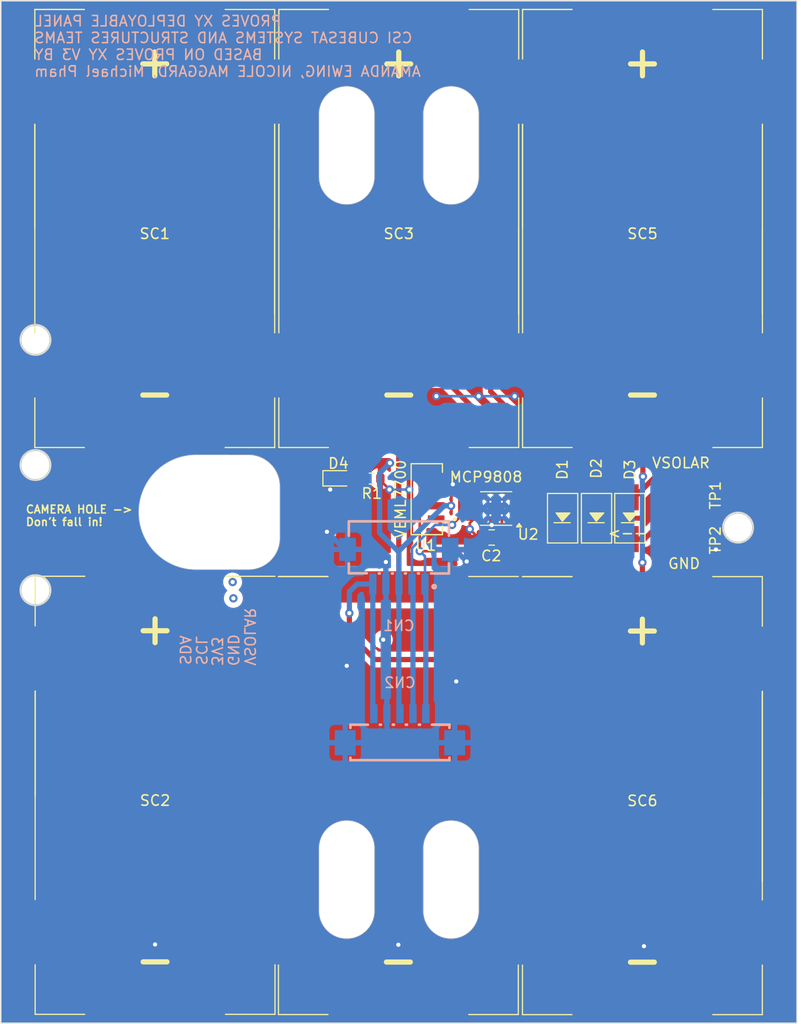
<source format=kicad_pcb>
(kicad_pcb (version 20241229) (generator "pcbnew") (generator_version "9.0")
  (title_block (title "Yearling Kit XY Faces") (date "2023-03-20") (rev "3.0"))
  (layers (0 "F.Cu" signal) (4 "In1.Cu" signal) (6 "In2.Cu" signal) (2 "B.Cu" signal) (13 "F.Paste" user) (15 "B.Paste" user) (5 "F.SilkS" user "F.Silkscreen") (7 "B.SilkS" user "B.Silkscreen") (1 "F.Mask" user) (3 "B.Mask" user) (25 "Edge.Cuts" user))
  (net 0 "")
  (net 1 "GND")
  (net 2 "+3V3")
  (net 3 "VSOLAR")
  (net 4 "Net-(D1-A)")
  (net 5 "Net-(D2-A)")
  (net 6 "SDA")
  (net 7 "SCL")
  (net 8 "Net-(D3-A)")
  (net 9 "Net-(D4-A)")
  (net 10 "Net-(SC1--)")
  (net 11 "Net-(SC3--)")
  (net 12 "Net-(SC5--)")
  (footprint "LOGO" (layer "F.Cu") (at 145.2 139.3)
    (property "Reference" "G***" (hide yes))
    (property "Value" "LOGO" (hide yes))
  )
  (footprint "Package_SO:MSOP-8-1EP_3x3mm_P0.65mm_EP1.5x1.8mm_ThermalVias" (layer "F.Cu") (at 153.825 114.42 180)
    (property "Reference" "U2" (at -3.075 -2.48 0) (layer "F.SilkS"))
    (property "Value" "MCP9808_DFN")
    (fp_line (start 0 1.61) (end 1.5 1.61) (stroke (width 0.12)) (layer "F.SilkS"))
    (fp_line (start 0 1.61) (end -1.5 1.61) (stroke (width 0.12)) (layer "F.SilkS"))
    (fp_line (start 0 -1.61) (end 1.5 -1.61) (stroke (width 0.12)) (layer "F.SilkS"))
    (fp_line (start 0 -1.61) (end -1.5 -1.61) (stroke (width 0.12)) (layer "F.SilkS"))
    (fp_poly (pts (xy -2.2 -1.435) (xy -2.44 -1.765) (xy -1.96 -1.765) (xy -2.2 -1.435)) (stroke (width 0.12)) (fill yes) (layer "F.SilkS"))
    (pad "1" smd roundrect (at -2.1125 -0.975 180) (size 1.575 0.4) (layers "F.Cu" "F.Mask" "F.Paste") (net 6 "SDA"))
    (pad "2" smd roundrect (at -2.1125 -0.325 180) (size 1.575 0.4) (layers "F.Cu" "F.Mask" "F.Paste") (net 7 "SCL"))
    (pad "3" smd roundrect (at -2.1125 0.325 180) (size 1.575 0.4) (layers "F.Cu" "F.Mask" "F.Paste"))
    (pad "4" smd roundrect (at -2.1125 0.975 180) (size 1.575 0.4) (layers "F.Cu" "F.Mask" "F.Paste") (net 1 "GND"))
    (pad "5" smd roundrect (at 2.1125 0.975 180) (size 1.575 0.4) (layers "F.Cu" "F.Mask" "F.Paste") (net 1 "GND"))
    (pad "6" smd roundrect (at 2.1125 0.325 180) (size 1.575 0.4) (layers "F.Cu" "F.Mask" "F.Paste") (net 2 "+3V3"))
    (pad "7" smd roundrect (at 2.1125 -0.325 180) (size 1.575 0.4) (layers "F.Cu" "F.Mask" "F.Paste") (net 2 "+3V3"))
    (pad "8" smd roundrect (at 2.1125 -0.975 180) (size 1.575 0.4) (layers "F.Cu" "F.Mask" "F.Paste") (net 2 "+3V3"))
    (pad "9" thru_hole circle (at -0.55 -0.65 180) (size 0.5 0.5) (drill 0.2) (property pad_prop_heatsink) (layers "*.Cu") (net 1 "GND"))
    (pad "9" thru_hole circle (at -0.55 0.65 180) (size 0.5 0.5) (drill 0.2) (property pad_prop_heatsink) (layers "*.Cu") (net 1 "GND"))
    (pad "9" smd rect (at 0 0 180) (size 1.5 1.8) (property pad_prop_heatsink) (layers "F.Cu" "F.Mask") (net 1 "GND"))
    (pad "9" smd rect (at 0 0 180) (size 1.6 1.8) (property pad_prop_heatsink) (layers "B.Cu") (net 1 "GND"))
    (pad "9" thru_hole circle (at 0.55 -0.65 180) (size 0.5 0.5) (drill 0.2) (property pad_prop_heatsink) (layers "*.Cu") (net 1 "GND"))
    (pad "9" thru_hole circle (at 0.55 0.65 180) (size 0.5 0.5) (drill 0.2) (property pad_prop_heatsink) (layers "*.Cu") (net 1 "GND"))
  )
  (footprint "SolarPanelBoards:KXOB101K08F-TR" (layer "F.Cu") (at 167.86 87.57)
    (property "Reference" "SC5" (at 0 0.5 0) (layer "F.SilkS"))
    (property "Value" "SM101K07TF")
    (fp_line (start -11.5 -21) (end -11.5 -16.25) (stroke (width 0.12)) (layer "F.SilkS"))
    (fp_line (start -11.5 -21) (end -6.75 -21) (stroke (width 0.12)) (layer "F.SilkS"))
    (fp_line (start -11.5 -10) (end -11.5 10) (stroke (width 0.12)) (layer "F.SilkS"))
    (fp_line (start -11.5 0) (end -11.5 -10) (stroke (width 0.12)) (layer "F.SilkS"))
    (fp_line (start -11.5 21) (end -11.5 16.25) (stroke (width 0.12)) (layer "F.SilkS"))
    (fp_line (start -11.5 21) (end -6.75 21) (stroke (width 0.12)) (layer "F.SilkS"))
    (fp_line (start -6.75 -21) (end -11.5 -21) (stroke (width 0.12)) (layer "F.SilkS"))
    (fp_line (start 6.75 -21) (end 11.5 -21) (stroke (width 0.12)) (layer "F.SilkS"))
    (fp_line (start 6.75 21) (end 11.5 21) (stroke (width 0.12)) (layer "F.SilkS"))
    (fp_line (start 11.5 -21) (end 11.5 -16.25) (stroke (width 0.12)) (layer "F.SilkS"))
    (fp_line (start 11.5 -10) (end 11.5 8.25) (stroke (width 0.12)) (layer "F.SilkS"))
    (fp_line (start 11.5 0) (end 11.5 -10) (stroke (width 0.12)) (layer "F.SilkS"))
    (fp_line (start 11.5 0) (end 11.5 10) (stroke (width 0.12)) (layer "F.SilkS"))
    (fp_line (start 11.5 8.25) (end 11.5 0) (stroke (width 0.12)) (layer "F.SilkS"))
    (fp_line (start 11.5 21) (end 11.5 16.25) (stroke (width 0.12)) (layer "F.SilkS"))
    (fp_text user "+" (at 0 -16 0) (layer "F.SilkS") (effects (font (size 3 3) (thickness 0.5))))
    (fp_text user "-" (at 0 15.75 0) (layer "F.SilkS") (effects (font (size 3 3) (thickness 0.5))))
    (pad "1" smd rect (at 0 -20) (size 13 3) (layers "F.Cu" "F.Mask" "F.Paste") (net 8 "Net-(D3-A)"))
    (pad "2" smd rect (at 0 20) (size 13 3) (layers "F.Cu" "F.Mask" "F.Paste") (net 12 "Net-(SC5--)"))
  )
  (footprint "SolarPanelBoards:Test Pad" (layer "F.Cu") (at 172.2 113.3 90)
    (property "Reference" "TP1" (at 0.15 2.65 90) (layer "F.SilkS"))
    (property "Value" "TestPoint")
    (pad "1" smd roundrect (at 0 0 90) (size 3 3) (layers "F.Cu" "F.Mask" "F.Paste") (net 3 "VSOLAR"))
  )
  (footprint "SolarPanelBoards:DO-214AC" (layer "F.Cu") (at 166.65 115.35 90)
    (property "Reference" "D3" (at 4.65 0 90) (layer "F.SilkS"))
    (property "Value" "CDBA240LL-HF")
    (fp_line (start -2.375 -1.45) (end 2.375 -1.45) (stroke (width 0.12)) (layer "F.SilkS"))
    (fp_line (start -0.4318 -0.8128) (end -0.4318 0.7366) (stroke (width 0.12)) (layer "F.SilkS"))
    (fp_line (start 2.375 1.45) (end 2.375 -1.45) (stroke (width 0.12)) (layer "F.SilkS"))
    (fp_line (start -2.375 1.45) (end -2.375 -1.45) (stroke (width 0.12)) (layer "F.SilkS"))
    (fp_line (start -2.375 1.45) (end 2.375 1.45) (stroke (width 0.12)) (layer "F.SilkS"))
    (fp_poly (pts (xy 0.508 0.7112) (xy -0.3048 -0.0254) (xy 0.508 -0.635)) (stroke (width 0.1)) (fill yes) (layer "F.SilkS"))
    (pad "1" smd rect (at -2 0 90) (size 2.5 1.7) (layers "F.Cu" "F.Mask" "F.Paste") (net 3 "VSOLAR"))
    (pad "2" smd rect (at 2 0 90) (size 2.5 1.7) (layers "F.Cu" "F.Mask" "F.Paste") (net 8 "Net-(D3-A)"))
  )
  (footprint "SolarPanelBoards:Test Pad" (layer "F.Cu") (at 174.225 117.3 90)
    (property "Reference" "TP2" (at -0.15 0.625 90) (layer "F.SilkS"))
    (property "Value" "TestPoint")
    (pad "1" smd roundrect (at 0 -2 90) (size 3 3) (layers "F.Cu" "F.Mask" "F.Paste") (net 1 "GND"))
  )
  (footprint "SolarPanelBoards:DO-214AC" (layer "F.Cu") (at 160.2 115.35 90)
    (property "Reference" "D1" (at 4.66 -0.03 90) (layer "F.SilkS"))
    (property "Value" "CDBA240LL-HF")
    (fp_line (start -2.375 -1.45) (end 2.375 -1.45) (stroke (width 0.12)) (layer "F.SilkS"))
    (fp_line (start -0.4318 -0.8128) (end -0.4318 0.7366) (stroke (width 0.12)) (layer "F.SilkS"))
    (fp_line (start 2.375 1.45) (end 2.375 -1.45) (stroke (width 0.12)) (layer "F.SilkS"))
    (fp_line (start -2.375 1.45) (end -2.375 -1.45) (stroke (width 0.12)) (layer "F.SilkS"))
    (fp_line (start -2.375 1.45) (end 2.375 1.45) (stroke (width 0.12)) (layer "F.SilkS"))
    (fp_poly (pts (xy 0.508 0.7112) (xy -0.3048 -0.0254) (xy 0.508 -0.635)) (stroke (width 0.1)) (fill yes) (layer "F.SilkS"))
    (pad "1" smd rect (at -2 0 90) (size 2.5 1.7) (layers "F.Cu" "F.Mask" "F.Paste") (net 3 "VSOLAR"))
    (pad "2" smd rect (at 2 0 90) (size 2.5 1.7) (layers "F.Cu" "F.Mask" "F.Paste") (net 4 "Net-(D1-A)"))
  )
  (footprint "SolarPanelBoards:KXOB101K08F-TR" (layer "F.Cu") (at 144.49 87.57)
    (property "Reference" "SC3" (at 0 0.5 0) (layer "F.SilkS"))
    (property "Value" "SM101K07TF")
    (fp_line (start -11.5 -21) (end -11.5 -16.25) (stroke (width 0.12)) (layer "F.SilkS"))
    (fp_line (start -11.5 -21) (end -6.75 -21) (stroke (width 0.12)) (layer "F.SilkS"))
    (fp_line (start -11.5 -10) (end -11.5 10) (stroke (width 0.12)) (layer "F.SilkS"))
    (fp_line (start -11.5 0) (end -11.5 -10) (stroke (width 0.12)) (layer "F.SilkS"))
    (fp_line (start -11.5 21) (end -11.5 16.25) (stroke (width 0.12)) (layer "F.SilkS"))
    (fp_line (start -11.5 21) (end -6.75 21) (stroke (width 0.12)) (layer "F.SilkS"))
    (fp_line (start -6.75 -21) (end -11.5 -21) (stroke (width 0.12)) (layer "F.SilkS"))
    (fp_line (start 6.75 -21) (end 11.5 -21) (stroke (width 0.12)) (layer "F.SilkS"))
    (fp_line (start 6.75 21) (end 11.5 21) (stroke (width 0.12)) (layer "F.SilkS"))
    (fp_line (start 11.5 -21) (end 11.5 -16.25) (stroke (width 0.12)) (layer "F.SilkS"))
    (fp_line (start 11.5 -10) (end 11.5 8.25) (stroke (width 0.12)) (layer "F.SilkS"))
    (fp_line (start 11.5 0) (end 11.5 -10) (stroke (width 0.12)) (layer "F.SilkS"))
    (fp_line (start 11.5 0) (end 11.5 10) (stroke (width 0.12)) (layer "F.SilkS"))
    (fp_line (start 11.5 8.25) (end 11.5 0) (stroke (width 0.12)) (layer "F.SilkS"))
    (fp_line (start 11.5 21) (end 11.5 16.25) (stroke (width 0.12)) (layer "F.SilkS"))
    (fp_text user "-" (at 0 15.75 0) (layer "F.SilkS") (effects (font (size 3 3) (thickness 0.5))))
    (fp_text user "+" (at 0 -16 0) (layer "F.SilkS") (effects (font (size 3 3) (thickness 0.5))))
    (pad "1" smd rect (at 0 -20) (size 13 3) (layers "F.Cu" "F.Mask" "F.Paste") (net 5 "Net-(D2-A)"))
    (pad "2" smd rect (at 0 20) (size 13 3) (layers "F.Cu" "F.Mask" "F.Paste") (net 11 "Net-(SC3--)"))
  )
  (footprint "LOGO" (layer "F.Cu") (at 150.9 135.3)
    (property "Reference" "G***" (hide yes))
    (property "Value" "LOGO" (hide yes))
  )
  (footprint "SolarPanelBoards:KXOB101K08F-TR" (layer "F.Cu") (at 144.45 141.94)
    (property "Reference" "SC4" (hide yes))
    (property "Value" "SM101K07TF")
    (fp_line (start -11.5 -21) (end -6.75 -21) (stroke (width 0.12)) (layer "F.SilkS"))
    (fp_line (start -11.5 21) (end -11.5 16.25) (stroke (width 0.12)) (layer "F.SilkS"))
    (fp_line (start -11.5 21) (end -6.75 21) (stroke (width 0.12)) (layer "F.SilkS"))
    (fp_line (start -6.75 -21) (end -11.5 -21) (stroke (width 0.12)) (layer "F.SilkS"))
    (fp_line (start 6.75 -21) (end 11.5 -21) (stroke (width 0.12)) (layer "F.SilkS"))
    (fp_line (start 6.75 21) (end 11.5 21) (stroke (width 0.12)) (layer "F.SilkS"))
    (fp_line (start 11.5 21) (end 11.5 16.25) (stroke (width 0.12)) (layer "F.SilkS"))
    (fp_text user "-" (at 0 15.75 0) (layer "F.SilkS") (effects (font (size 3 3) (thickness 0.5))))
    (pad "1" smd rect (at 0 -20) (size 13 3) (layers "F.Cu" "F.Mask" "F.Paste") (net 11 "Net-(SC3--)"))
    (pad "2" smd rect (at 0 20) (size 13 3) (layers "F.Cu" "F.Mask" "F.Paste") (net 1 "GND"))
  )
  (footprint "SolarPanelBoards:KXOB101K08F-TR" (layer "F.Cu") (at 121.12 141.92)
    (property "Reference" "SC2" (at 0 0.5 0) (layer "F.SilkS"))
    (property "Value" "SM101K07TF")
    (fp_line (start -11.5 -21) (end -11.5 -16.25) (stroke (width 0.12)) (layer "F.SilkS"))
    (fp_line (start -11.5 -21) (end -6.75 -21) (stroke (width 0.12)) (layer "F.SilkS"))
    (fp_line (start -11.5 -10) (end -11.5 10) (stroke (width 0.12)) (layer "F.SilkS"))
    (fp_line (start -11.5 0) (end -11.5 -10) (stroke (width 0.12)) (layer "F.SilkS"))
    (fp_line (start -11.5 21) (end -11.5 16.25) (stroke (width 0.12)) (layer "F.SilkS"))
    (fp_line (start -11.5 21) (end -6.75 21) (stroke (width 0.12)) (layer "F.SilkS"))
    (fp_line (start -6.75 -21) (end -11.5 -21) (stroke (width 0.12)) (layer "F.SilkS"))
    (fp_line (start 6.75 -21) (end 11.5 -21) (stroke (width 0.12)) (layer "F.SilkS"))
    (fp_line (start 6.75 21) (end 11.5 21) (stroke (width 0.12)) (layer "F.SilkS"))
    (fp_line (start 11.5 21) (end 11.5 16.25) (stroke (width 0.12)) (layer "F.SilkS"))
    (fp_text user "+" (at 0 -16 0) (layer "F.SilkS") (effects (font (size 3 3) (thickness 0.5))))
    (fp_text user "-" (at 0 15.75 0) (layer "F.SilkS") (effects (font (size 3 3) (thickness 0.5))))
    (pad "1" smd rect (at 0 -20) (size 13 3) (layers "F.Cu" "F.Mask" "F.Paste") (net 10 "Net-(SC1--)"))
    (pad "2" smd rect (at 0 20) (size 13 3) (layers "F.Cu" "F.Mask" "F.Paste") (net 1 "GND"))
  )
  (footprint "SolarPanelBoards:DO-214AC" (layer "F.Cu") (at 163.45 115.35 90)
    (property "Reference" "D2" (at 4.77 -0.02 90) (layer "F.SilkS"))
    (property "Value" "CDBA240LL-HF")
    (fp_line (start -2.375 -1.45) (end 2.375 -1.45) (stroke (width 0.12)) (layer "F.SilkS"))
    (fp_line (start -0.4318 -0.8128) (end -0.4318 0.7366) (stroke (width 0.12)) (layer "F.SilkS"))
    (fp_line (start 2.375 1.45) (end 2.375 -1.45) (stroke (width 0.12)) (layer "F.SilkS"))
    (fp_line (start -2.375 1.45) (end -2.375 -1.45) (stroke (width 0.12)) (layer "F.SilkS"))
    (fp_line (start -2.375 1.45) (end 2.375 1.45) (stroke (width 0.12)) (layer "F.SilkS"))
    (fp_poly (pts (xy 0.508 0.7112) (xy -0.3048 -0.0254) (xy 0.508 -0.635)) (stroke (width 0.1)) (fill yes) (layer "F.SilkS"))
    (pad "1" smd rect (at -2 0 90) (size 2.5 1.7) (layers "F.Cu" "F.Mask" "F.Paste") (net 3 "VSOLAR"))
    (pad "2" smd rect (at 2 0 90) (size 2.5 1.7) (layers "F.Cu" "F.Mask" "F.Paste") (net 5 "Net-(D2-A)"))
  )
  (footprint "SolarPanelBoards:KXOB101K08F-TR" (layer "F.Cu") (at 167.85 141.95)
    (property "Reference" "SC6" (at 0 0.5 0) (layer "F.SilkS"))
    (property "Value" "SM101K07TF")
    (fp_line (start -11.5 -21) (end -6.75 -21) (stroke (width 0.12)) (layer "F.SilkS"))
    (fp_line (start -11.5 21) (end -11.5 16.25) (stroke (width 0.12)) (layer "F.SilkS"))
    (fp_line (start -11.5 21) (end -6.75 21) (stroke (width 0.12)) (layer "F.SilkS"))
    (fp_line (start -6.75 -21) (end -11.5 -21) (stroke (width 0.12)) (layer "F.SilkS"))
    (fp_line (start 6.75 -21) (end 11.5 -21) (stroke (width 0.12)) (layer "F.SilkS"))
    (fp_line (start 6.75 21) (end 11.5 21) (stroke (width 0.12)) (layer "F.SilkS"))
    (fp_line (start 11.5 -21) (end 11.5 -16.25) (stroke (width 0.12)) (layer "F.SilkS"))
    (fp_line (start 11.5 -10) (end 11.5 8.25) (stroke (width 0.12)) (layer "F.SilkS"))
    (fp_line (start 11.5 0) (end 11.5 -10) (stroke (width 0.12)) (layer "F.SilkS"))
    (fp_line (start 11.5 0) (end 11.5 10) (stroke (width 0.12)) (layer "F.SilkS"))
    (fp_line (start 11.5 8.25) (end 11.5 0) (stroke (width 0.12)) (layer "F.SilkS"))
    (fp_line (start 11.5 21) (end 11.5 16.25) (stroke (width 0.12)) (layer "F.SilkS"))
    (fp_text user "-" (at 0 15.75 0) (layer "F.SilkS") (effects (font (size 3 3) (thickness 0.5))))
    (fp_text user "+" (at 0 -16 0) (layer "F.SilkS") (effects (font (size 3 3) (thickness 0.5))))
    (pad "1" smd rect (at 0 -20) (size 13 3) (layers "F.Cu" "F.Mask" "F.Paste") (net 12 "Net-(SC5--)"))
    (pad "2" smd rect (at 0 20) (size 13 3) (layers "F.Cu" "F.Mask" "F.Paste") (net 1 "GND"))
  )
  (footprint "Capacitor_SMD:C_0805_2012Metric" (layer "F.Cu") (at 153.4 117.2)
    (property "Reference" "C2" (at -0.04 1.76 0) (layer "F.SilkS"))
    (property "Value" "1uF")
    (fp_line (start -0.261252 -0.735) (end 0.261252 -0.735) (stroke (width 0.12)) (layer "F.SilkS"))
    (fp_line (start -0.261252 0.735) (end 0.261252 0.735) (stroke (width 0.12)) (layer "F.SilkS"))
    (pad "1" smd roundrect (at -0.95 0) (size 1 1.45) (layers "F.Cu" "F.Mask" "F.Paste") (net 2 "+3V3"))
    (pad "2" smd roundrect (at 0.95 0) (size 1 1.45) (layers "F.Cu" "F.Mask" "F.Paste") (net 1 "GND"))
  )
  (footprint "LOGO" (layer "F.Cu") (at 157.5 139.6)
    (property "Reference" "G***" (hide yes))
    (property "Value" "LOGO" (hide yes))
  )
  (footprint "VEML7700-TT:XDCR_VEML7700-TT" (layer "F.Cu") (at 147.175 113.525 180)
    (property "Reference" "U1" (at 0.095 -4.435 0) (layer "F.SilkS"))
    (property "Value" "VEML7700")
    (fp_line (start 1.5 3.4) (end -1.5 3.4) (stroke (width 0.127)) (layer "F.SilkS"))
    (fp_line (start 1.5 -3.4) (end 1.5 3.4) (stroke (width 0.127)) (layer "F.SilkS"))
    (fp_line (start -1.5 3.4) (end -1.5 2.575) (stroke (width 0.127)) (layer "F.SilkS"))
    (fp_line (start -1.5 -2.575) (end -1.5 -3.4) (stroke (width 0.127)) (layer "F.SilkS"))
    (fp_line (start -1.5 -3.4) (end 1.5 -3.4) (stroke (width 0.127)) (layer "F.SilkS"))
    (fp_circle (center -2.7 -1.905) (end -2.6 -1.905) (stroke (width 0.2)) (fill no) (layer "F.SilkS"))
    (pad "1" smd rect (at -0.9 -1.905 180) (size 1.6 0.7) (layers "F.Cu" "F.Mask" "F.Paste") (net 7 "SCL"))
    (pad "2" smd rect (at -0.9 -0.635 180) (size 1.6 0.7) (layers "F.Cu" "F.Mask" "F.Paste") (net 2 "+3V3"))
    (pad "3" smd rect (at -0.9 0.635 180) (size 1.6 0.7) (layers "F.Cu" "F.Mask" "F.Paste") (net 1 "GND"))
    (pad "4" smd rect (at -0.9 1.905 180) (size 1.6 0.7) (layers "F.Cu" "F.Mask" "F.Paste") (net 6 "SDA"))
  )
  (footprint "LOGO" (layer "F.Cu") (at 157.2 130.2)
    (property "Reference" "G***" (hide yes))
    (property "Value" "LOGO" (hide yes))
  )
  (footprint "LOGO" (layer "F.Cu") (at 145.382288 129.666346)
    (property "Reference" "G***" (hide yes))
    (property "Value" "LOGO" (hide yes))
  )
  (footprint "LED_SMD:LED_0603_1608Metric" (layer "F.Cu") (at 138.7 111.525)
    (property "Reference" "D4" (at 0 -1.43 0) (layer "F.SilkS"))
    (property "Value" "CQY99")
    (fp_line (start -1.485 -0.735) (end -1.485 0.735) (stroke (width 0.12)) (layer "F.SilkS"))
    (fp_line (start -1.485 0.735) (end 0.8 0.735) (stroke (width 0.12)) (layer "F.SilkS"))
    (fp_line (start 0.8 -0.735) (end -1.485 -0.735) (stroke (width 0.12)) (layer "F.SilkS"))
    (pad "1" smd roundrect (at -0.7875 0) (size 0.875 0.95) (layers "F.Cu" "F.Mask" "F.Paste") (net 1 "GND"))
    (pad "2" smd roundrect (at 0.7875 0) (size 0.875 0.95) (layers "F.Cu" "F.Mask" "F.Paste") (net 9 "Net-(D4-A)"))
  )
  (footprint "LOGO" (layer "F.Cu") (at 134.175 134.325)
    (property "Reference" "G***" (hide yes))
    (property "Value" "LOGO" (hide yes))
  )
  (footprint "SolarPanelBoards:KXOB101K08F-TR" (layer "F.Cu") (at 121.09 87.57)
    (property "Reference" "SC1" (at 0 0.5 0) (layer "F.SilkS"))
    (property "Value" "SM101K07TF")
    (fp_line (start -11.5 -21) (end -11.5 -16.25) (stroke (width 0.12)) (layer "F.SilkS"))
    (fp_line (start -11.5 -21) (end -6.75 -21) (stroke (width 0.12)) (layer "F.SilkS"))
    (fp_line (start -11.5 -10) (end -11.5 10) (stroke (width 0.12)) (layer "F.SilkS"))
    (fp_line (start -11.5 0) (end -11.5 -10) (stroke (width 0.12)) (layer "F.SilkS"))
    (fp_line (start -11.5 21) (end -11.5 16.25) (stroke (width 0.12)) (layer "F.SilkS"))
    (fp_line (start -11.5 21) (end -6.75 21) (stroke (width 0.12)) (layer "F.SilkS"))
    (fp_line (start -6.75 -21) (end -11.5 -21) (stroke (width 0.12)) (layer "F.SilkS"))
    (fp_line (start 6.75 -21) (end 11.5 -21) (stroke (width 0.12)) (layer "F.SilkS"))
    (fp_line (start 6.75 21) (end 11.5 21) (stroke (width 0.12)) (layer "F.SilkS"))
    (fp_line (start 11.5 -21) (end 11.5 -16.25) (stroke (width 0.12)) (layer "F.SilkS"))
    (fp_line (start 11.5 -10) (end 11.5 8.25) (stroke (width 0.12)) (layer "F.SilkS"))
    (fp_line (start 11.5 0) (end 11.5 -10) (stroke (width 0.12)) (layer "F.SilkS"))
    (fp_line (start 11.5 0) (end 11.5 10) (stroke (width 0.12)) (layer "F.SilkS"))
    (fp_line (start 11.5 8.25) (end 11.5 0) (stroke (width 0.12)) (layer "F.SilkS"))
    (fp_line (start 11.5 21) (end 11.5 16.25) (stroke (width 0.12)) (layer "F.SilkS"))
    (fp_text user "+" (at 0 -16 0) (layer "F.SilkS") (effects (font (size 3 3) (thickness 0.5))))
    (fp_text user "-" (at 0 15.75 0) (layer "F.SilkS") (effects (font (size 3 3) (thickness 0.5))))
    (pad "1" smd rect (at 0 -20) (size 13 3) (layers "F.Cu" "F.Mask" "F.Paste") (net 4 "Net-(D1-A)"))
    (pad "2" smd rect (at 0 20) (size 13 3) (layers "F.Cu" "F.Mask" "F.Paste") (net 10 "Net-(SC1--)"))
  )
  (footprint "Resistor_SMD:R_0603_1608Metric" (layer "F.Cu") (at 141.9 111.55 180)
    (property "Reference" "R1" (at 0 -1.43 0) (layer "F.SilkS"))
    (property "Value" "1k")
    (fp_line (start -0.237258 0.5225) (end 0.237258 0.5225) (stroke (width 0.12)) (layer "F.SilkS"))
    (fp_line (start -0.237258 -0.5225) (end 0.237258 -0.5225) (stroke (width 0.12)) (layer "F.SilkS"))
    (pad "1" smd roundrect (at -0.825 0 180) (size 0.8 0.95) (layers "F.Cu" "F.Mask" "F.Paste") (net 2 "+3V3"))
    (pad "2" smd roundrect (at 0.825 0 180) (size 0.8 0.95) (layers "F.Cu" "F.Mask" "F.Paste") (net 9 "Net-(D4-A)"))
  )
  (footprint "easyeda2kicad:CONN-SMD_5P-P1.25_HRS_DF13A-5P-1.25H" (layer "B.Cu") (at 144.5 120)
    (property "Reference" "CN1" (at 0 5.66 180) (layer "B.SilkS") (effects (justify mirror)))
    (property "Value" "DF13A-5P-1.25H(21)")
    (fp_line (start -4.8 -4.35) (end -4.8 -3.48) (stroke (width 0.25)) (layer "B.SilkS"))
    (fp_line (start -4.8 -3.48) (end -4.8 -2.97) (stroke (width 0.25)) (layer "B.SilkS"))
    (fp_line (start -4.8 -0.31) (end -4.8 0.63) (stroke (width 0.25)) (layer "B.SilkS"))
    (fp_line (start -4.8 0.63) (end -3.08 0.63) (stroke (width 0.25)) (layer "B.SilkS"))
    (fp_line (start -1.83 0.65) (end -1.92 0.65) (stroke (width 0.25)) (layer "B.SilkS"))
    (fp_line (start -0.58 0.65) (end -0.67 0.65) (stroke (width 0.25)) (layer "B.SilkS"))
    (fp_line (start 0.67 0.65) (end 0.58 0.65) (stroke (width 0.25)) (layer "B.SilkS"))
    (fp_line (start 1.92 0.65) (end 1.83 0.65) (stroke (width 0.25)) (layer "B.SilkS"))
    (fp_line (start 4.8 -4.35) (end -4.8 -4.35) (stroke (width 0.25)) (layer "B.SilkS"))
    (fp_line (start 4.8 -3.33) (end 4.8 -4.35) (stroke (width 0.25)) (layer "B.SilkS"))
    (fp_line (start 4.8 -3.33) (end 4.8 -2.97) (stroke (width 0.25)) (layer "B.SilkS"))
    (fp_line (start 4.8 -0.31) (end 4.8 0.65) (stroke (width 0.25)) (layer "B.SilkS"))
    (fp_line (start 4.8 0.65) (end 3.08 0.65) (stroke (width 0.25)) (layer "B.SilkS"))
    (fp_circle (center 3.38 1.91) (end 3.53 1.91) (stroke (width 0.25)) (fill no) (layer "B.SilkS"))
    (pad "1" smd rect (at 2.5 1.66 180) (size 0.7 2) (layers "B.Cu" "B.Mask" "B.Paste") (net 6 "SDA"))
    (pad "2" smd rect (at 1.25 1.66 180) (size 0.7 2) (layers "B.Cu" "B.Mask" "B.Paste") (net 7 "SCL"))
    (pad "3" smd rect (at 0 1.66 180) (size 0.7 2) (layers "B.Cu" "B.Mask" "B.Paste") (net 2 "+3V3"))
    (pad "4" smd rect (at -1.25 1.66 180) (size 0.7 2) (layers "B.Cu" "B.Mask" "B.Paste") (net 1 "GND"))
    (pad "5" smd rect (at -2.5 1.66 180) (size 0.7 2) (layers "B.Cu" "B.Mask" "B.Paste") (net 3 "VSOLAR"))
    (pad "6" smd rect (at -4.92 -1.66 180) (size 1.6 2.2) (layers "B.Cu" "B.Mask" "B.Paste") (net 1 "GND"))
    (pad "7" smd rect (at 4.92 -1.66 180) (size 1.6 2.2) (layers "B.Cu" "B.Mask" "B.Paste") (net 1 "GND"))
  )
  (footprint "LOGO" (layer "B.Cu") (at 123.5 95.5 180)
    (property "Reference" "G***" (hide yes))
    (property "Value" "LOGO" (hide yes))
  )
  (footprint "LOGO" (layer "B.Cu") (at 139.2 95 180)
    (property "Reference" "G***" (hide yes))
    (property "Value" "LOGO" (hide yes))
  )
  (footprint "easyeda2kicad:CONN-SMD_DF13C-5P-1.25V-21" (layer "B.Cu") (at 144.6 136 180)
    (property "Reference" "CN2" (at 0 4.88 0) (layer "B.SilkS") (effects (justify mirror)))
    (property "Value" "DF13C-5P-1.25V(21)")
    (fp_line (start 4.75 0.85) (end 3.07 0.85) (stroke (width 0.25)) (layer "B.SilkS"))
    (fp_line (start 4.75 0.55) (end 4.75 0.85) (stroke (width 0.25)) (layer "B.SilkS"))
    (fp_line (start 4.75 -2.55) (end 4.75 -2.31) (stroke (width 0.25)) (layer "B.SilkS"))
    (fp_line (start 1.93 0.85) (end 1.82 0.85) (stroke (width 0.25)) (layer "B.SilkS"))
    (fp_line (start 0.68 0.85) (end 0.57 0.85) (stroke (width 0.25)) (layer "B.SilkS"))
    (fp_line (start 0.57 0.85) (end 0.68 0.85) (stroke (width 0.25)) (layer "B.SilkS"))
    (fp_line (start -0.68 0.85) (end -0.57 0.85) (stroke (width 0.25)) (layer "B.SilkS"))
    (fp_line (start -0.68 0.85) (end -0.57 0.85) (stroke (width 0.25)) (layer "B.SilkS"))
    (fp_line (start -1.93 0.85) (end -1.82 0.85) (stroke (width 0.25)) (layer "B.SilkS"))
    (fp_line (start -1.93 0.85) (end -1.82 0.85) (stroke (width 0.25)) (layer "B.SilkS"))
    (fp_line (start -4.75 0.85) (end -3.07 0.85) (stroke (width 0.25)) (layer "B.SilkS"))
    (fp_line (start -4.75 0.85) (end -3.07 0.85) (stroke (width 0.25)) (layer "B.SilkS"))
    (fp_line (start -4.75 0.85) (end -4.75 0.55) (stroke (width 0.25)) (layer "B.SilkS"))
    (fp_line (start -4.75 -2.31) (end -4.75 -2.55) (stroke (width 0.25)) (layer "B.SilkS"))
    (fp_line (start -4.75 -2.55) (end 4.75 -2.55) (stroke (width 0.25)) (layer "B.SilkS"))
    (pad "1" smd rect (at -2.485 1.9 180) (size 0.73 1.8) (layers "B.Cu" "B.Mask" "B.Paste") (net 6 "SDA"))
    (pad "2" smd rect (at -1.25 1.899999 180) (size 0.7 1.8) (layers "B.Cu" "B.Mask" "B.Paste") (net 7 "SCL"))
    (pad "3" smd rect (at 0 1.9 180) (size 0.7 1.8) (layers "B.Cu" "B.Mask" "B.Paste") (net 2 "+3V3"))
    (pad "4" smd rect (at 1.25 1.899999 180) (size 0.7 1.8) (layers "B.Cu" "B.Mask" "B.Paste") (net 1 "GND"))
    (pad "5" smd rect (at 2.5 1.9 180) (size 0.7 1.8) (layers "B.Cu" "B.Mask" "B.Paste") (net 3 "VSOLAR"))
    (pad "6" smd rect (at 5.250001 -0.88) (size 2 2.4) (layers "B.Cu" "B.Mask" "B.Paste") (net 1 "GND"))
    (pad "7" smd rect (at -5.250001 -0.88) (size 2 2.4) (layers "B.Cu" "B.Mask" "B.Paste") (net 1 "GND"))
  )
  (gr_line (start 136.85 153) (end 136.85 147) (stroke (width 0.05)) (layer "Edge.Cuts"))
  (gr_line (start 142.15 153) (end 142.15 147) (stroke (width 0.05)) (layer "Edge.Cuts"))
  (gr_line (start 146.85 147) (end 146.85 153) (stroke (width 0.05)) (layer "Edge.Cuts"))
  (gr_line (start 152.15 153) (end 152.15 147) (stroke (width 0.05)) (layer "Edge.Cuts"))
  (gr_line (start 142.15 76.6) (end 142.15 82.6) (stroke (width 0.05)) (layer "Edge.Cuts"))
  (gr_line (start 136.85 76.6) (end 136.85 82.6) (stroke (width 0.05)) (layer "Edge.Cuts"))
  (gr_line (start 146.85 76.6) (end 146.85 82.6) (stroke (width 0.05)) (layer "Edge.Cuts"))
  (gr_line (start 152.15 76.6) (end 152.15 82.6) (stroke (width 0.05)) (layer "Edge.Cuts"))
  (gr_arc (start 142.15 82.6) (mid 139.5 85.25) (end 136.85 82.6) (stroke (width 0.05)) (layer "Edge.Cuts"))
  (gr_rect (start 106.35 65.75) (end 182.65 163.75) (stroke (width 0.1)) (fill no) (layer "Edge.Cuts"))
  (gr_arc (start 133.075 117.2625) (mid 132.19632 119.38382) (end 130.075 120.2625) (stroke (width 0.05)) (layer "Edge.Cuts"))
  (gr_arc (start 146.85 76.6) (mid 149.5 73.95) (end 152.15 76.6) (stroke (width 0.05)) (layer "Edge.Cuts"))
  (gr_arc (start 136.85 76.6) (mid 139.5 73.95) (end 142.15 76.6) (stroke (width 0.05)) (layer "Edge.Cuts"))
  (gr_arc (start 125.05 120.2625) (mid 119.574986 114.775) (end 125.05 109.2875) (stroke (width 0.05)) (layer "Edge.Cuts"))
  (gr_arc (start 136.85 147) (mid 139.5 144.35) (end 142.15 147) (stroke (width 0.05)) (layer "Edge.Cuts"))
  (gr_line (start 125.05 120.2625) (end 130.075 120.2625) (stroke (width 0.05)) (layer "Edge.Cuts"))
  (gr_arc (start 142.15 153) (mid 139.5 155.65) (end 136.85 153) (stroke (width 0.05)) (layer "Edge.Cuts"))
  (gr_circle (center 109.65 98.25) (end 111.0875 98.25) (stroke (width 0.2)) (fill no) (layer "Edge.Cuts"))
  (gr_arc (start 146.85 147) (mid 149.5 144.35) (end 152.15 147) (stroke (width 0.05)) (layer "Edge.Cuts"))
  (gr_circle (center 109.65 110.25) (end 111.0875 110.25) (stroke (width 0.2)) (fill no) (layer "Edge.Cuts"))
  (gr_circle (center 109.65 122.25) (end 111.0875 122.25) (stroke (width 0.2)) (fill no) (layer "Edge.Cuts"))
  (gr_arc (start 152.15 153) (mid 149.5 155.65) (end 146.85 153) (stroke (width 0.05)) (layer "Edge.Cuts"))
  (gr_line (start 125.05 109.2875) (end 130.075 109.2875) (stroke (width 0.05)) (layer "Edge.Cuts"))
  (gr_circle (center 177.025 116.25) (end 178.4625 116.25) (stroke (width 0.2)) (fill no) (layer "Edge.Cuts"))
  (gr_line (start 133.075 117.2625) (end 133.075 112.2875) (stroke (width 0.05)) (layer "Edge.Cuts"))
  (gr_arc (start 152.15 82.6) (mid 149.5 85.25) (end 146.85 82.6) (stroke (width 0.05)) (layer "Edge.Cuts"))
  (gr_arc (start 130.075 109.2875) (mid 132.19632 110.16618) (end 133.075 112.2875) (stroke (width 0.05)) (layer "Edge.Cuts"))
  (gr_text "GND" (at 171.85 119.7 0) (layer "F.SilkS") (effects (font (size 1 1))))
  (gr_text "CAMERA HOLE ->\nDon't fall in!" (at 108.65 116.15 0) (layer "F.SilkS") (effects (font (size 0.75 0.75) (thickness 0.15) (bold yes)) (justify left bottom)))
  (gr_text "MCP9808" (at 152.86 111.4 0) (layer "F.SilkS") (effects (font (size 1 1))))
  (gr_text "<--" (at 166.41 116.76 0) (layer "F.SilkS") (effects (font (size 1 1))))
  (gr_text "VEML7700" (at 144.66 113.51 90) (layer "F.SilkS") (effects (font (size 1 1))))
  (gr_text "VSOLAR" (at 171.55 110.05 0) (layer "F.SilkS") (effects (font (size 1 1))))
  (gr_text "VSOLAR" (at 130.19 126.72 270) (layer "B.SilkS") (effects (font (size 1 1)) (justify mirror)))
  (gr_text "PROVES XY DEPLOYABLE PANEL\nCSI CUBESAT SYSTEMS AND STRUCTURES TEAMS\nBASED ON PROVES XY V3 BY\nAMANDA EWING, NICOLE MAGGARD, Michael Pham" (at 109.45 70.1 0) (layer "B.SilkS") (effects (font (size 1 1)) (justify right mirror)))
  (gr_text "GND" (at 128.6 128 270) (layer "B.SilkS") (effects (font (size 1 1)) (justify mirror)))
  (gr_text "3V3" (at 127.04 128.11 270) (layer "B.SilkS") (effects (font (size 1 1)) (justify mirror)))
  (gr_text "SDA" (at 124 128 270) (layer "B.SilkS") (effects (font (size 1 1)) (justify mirror)))
  (gr_text "SCL" (at 125.55 128.05 270) (layer "B.SilkS") (effects (font (size 1 1)) (justify mirror)))
  (segment (start 153.275 115.875) (end 153.275 115.07) (width 0.25) (layer "F.Cu") (net 1))
  (segment (start 148.075 112.89) (end 148.885 112.89) (width 0.25) (layer "F.Cu") (net 1))
  (segment (start 155.9375 113.445) (end 154.7 113.445) (width 0.25) (layer "F.Cu") (net 1))
  (segment (start 144.45 161.94) (end 144.45 156.25) (width 0.5) (layer "F.Cu") (net 1))
  (segment (start 151.7125 113.445) (end 152.95 113.445) (width 0.25) (layer "F.Cu") (net 1))
  (segment (start 137.9125 112.6) (end 137.9125 111.525) (width 0.25) (layer "F.Cu") (net 1))
  (segment (start 168 161.97) (end 168 156.39) (width 0.5) (layer "F.Cu") (net 1))
  (segment (start 172.225 117.3) (end 173.85 117.3) (width 0.5) (layer "F.Cu") (net 1))
  (segment (start 153.4 116) (end 153.275 115.875) (width 0.25) (layer "F.Cu") (net 1))
  (segment (start 154.375 115.07) (end 154.375 116.975) (width 0.25) (layer "F.Cu") (net 1))
  (segment (start 121.12 161.92) (end 121.12 156.22) (width 0.5) (layer "F.Cu") (net 1))
  (segment (start 152.95 113.445) (end 153.275 113.77) (width 0.25) (layer "F.Cu") (net 1))
  (segment (start 148.885 112.89) (end 149.675 112.1) (width 0.25) (layer "F.Cu") (net 1))
  (segment (start 173.85 117.3) (end 174.9 118.35) (width 0.5) (layer "F.Cu") (net 1))
  (segment (start 154.7 113.445) (end 154.375 113.77) (width 0.25) (layer "F.Cu") (net 1))
  (via (at 139.5 129.5) (size 0.8) (drill 0.4) (layers "F.Cu" "B.Cu") (net 1))
  (via (at 168 156.39) (size 0.8) (drill 0.4) (layers "F.Cu" "B.Cu") (net 1))
  (via (at 144.45 156.25) (size 0.8) (drill 0.4) (layers "F.Cu" "B.Cu") (net 1))
  (via (at 153.4 116) (size 0.8) (drill 0.4) (layers "F.Cu" "B.Cu") (net 1))
  (via (at 137.6 116.65) (size 0.8) (drill 0.4) (layers "F.Cu" "B.Cu") (net 1))
  (via (at 143.25 119.55) (size 0.8) (drill 0.4) (layers "F.Cu" "B.Cu") (net 1))
  (via (at 149.675 112.1) (size 0.8) (drill 0.4) (layers "F.Cu" "B.Cu") (net 1))
  (via (at 150 131) (size 0.8) (drill 0.4) (layers "F.Cu" "B.Cu") (net 1))
  (via (at 121.12 156.22) (size 0.8) (drill 0.4) (layers "F.Cu" "B.Cu") (net 1))
  (via (at 137.9125 112.6) (size 0.8) (drill 0.4) (layers "F.Cu" "B.Cu") (net 1))
  (via (at 143 127) (size 0.8) (drill 0.4) (layers "F.Cu" "B.Cu") (net 1))
  (via (at 174.9 118.35) (size 0.8) (drill 0.4) (layers "F.Cu" "B.Cu") (net 1))
  (via (at 151 119.5) (size 0.8) (drill 0.4) (layers "F.Cu" "B.Cu") (net 1))
  (segment (start 149.850001 136.88) (end 149.850001 131.149999) (width 0.5) (layer "B.Cu") (net 1))
  (segment (start 149.850001 131.149999) (end 150 131) (width 0.5) (layer "B.Cu") (net 1))
  (segment (start 139.5 129.5) (end 139.5 131) (width 0.5) (layer "B.Cu") (net 1))
  (segment (start 143.35 131.15) (end 143.35 134.100001) (width 0.5) (layer "B.Cu") (net 1))
  (segment (start 143.25 121.66) (end 143.25 119.55) (width 0.5) (layer "B.Cu") (net 1))
  (segment (start 139.58 118.34) (end 139.29 118.34) (width 0.5) (layer "B.Cu") (net 1))
  (segment (start 143 127) (end 143 130.8) (width 0.5) (layer "B.Cu") (net 1))
  (segment (start 139.5 131) (end 139.349999 131.150001) (width 0.5) (layer "B.Cu") (net 1))
  (segment (start 139.349999 131.150001) (end 139.349999 136.88) (width 0.5) (layer "B.Cu") (net 1))
  (segment (start 149.42 118.34) (end 149.84 118.34) (width 0.5) (layer "B.Cu") (net 1))
  (segment (start 149.84 118.34) (end 151 119.5) (width 0.5) (layer "B.Cu") (net 1))
  (segment (start 139.29 118.34) (end 137.6 116.65) (width 0.5) (layer "B.Cu") (net 1))
  (segment (start 143 130.8) (end 143.35 131.15) (width 0.5) (layer "B.Cu") (net 1))
  (segment (start 139.58 118.34) (end 139.66 118.34) (width 0.5) (layer "B.Cu") (net 1))
  (segment (start 142.725 111.725) (end 143.6 112.6) (width 0.25) (layer "F.Cu") (net 2))
  (segment (start 151.3 116.4) (end 151.3 115.8075) (width 0.25) (layer "F.Cu") (net 2))
  (segment (start 151.7125 114.745) (end 151.7125 114.095) (width 0.25) (layer "F.Cu") (net 2))
  (segment (start 149.5 114.16) (end 148.075 114.16) (width 0.25) (layer "F.Cu") (net 2))
  (segment (start 151.3 115.8075) (end 151.7125 115.395) (width 0.25) (layer "F.Cu") (net 2))
  (segment (start 152.1 117.2) (end 151.3 116.4) (width 0.25) (layer "F.Cu") (net 2))
  (segment (start 142.725 111.55) (end 142.725 111.725) (width 0.25) (layer "F.Cu") (net 2))
  (segment (start 152.45 117.2) (end 152.1 117.2) (width 0.25) (layer "F.Cu") (net 2))
  (segment (start 151.7125 115.395) (end 151.7125 114.745) (width 0.25) (layer "F.Cu") (net 2))
  (via (at 143.6 112.6) (size 0.8) (drill 0.4) (layers "F.Cu" "B.Cu") (net 2))
  (via (at 155.6 103.65) (size 0.8) (drill 0.4) (layers "F.Cu" "B.Cu") (net 2))
  (via (at 149.5 114.16) (size 0.8) (drill 0.4) (layers "F.Cu" "B.Cu") (net 2))
  (via (at 148.1 103.65) (size 0.8) (drill 0.4) (layers "F.Cu" "B.Cu") (net 2))
  (via (at 151.3 116.4) (size 0.8) (drill 0.4) (layers "F.Cu" "B.Cu") (net 2))
  (via (at 152.15 103.65) (size 0.8) (drill 0.4) (layers "F.Cu" "B.Cu") (net 2))
  (via (at 143.64 110.05) (size 0.8) (drill 0.4) (layers "F.Cu" "B.Cu") (net 2))
  (via (at 145.5 112.6) (size 0.8) (drill 0.4) (layers "F.Cu" "B.Cu") (net 2))
  (segment (start 144.5 118.5) (end 148.84 114.16) (width 0.5) (layer "B.Cu") (net 2))
  (segment (start 144.6 134.1) (end 144.5 134) (width 0.5) (layer "B.Cu") (net 2))
  (segment (start 148.84 114.16) (end 149.5 114.16) (width 0.5) (layer "B.Cu") (net 2))
  (segment (start 142.649 111.041) (end 143.64 110.05) (width 0.5) (layer "B.Cu") (net 2))
  (segment (start 152.15 103.65) (end 155.6 103.65) (width 0.25) (layer "B.Cu") (net 2))
  (segment (start 144.396504 118.5) (end 142.649 116.752496) (width 0.5) (layer "B.Cu") (net 2))
  (segment (start 144.5 118.5) (end 144.396504 118.5) (width 0.5) (layer "B.Cu") (net 2))
  (segment (start 142.649 116.752496) (end 142.649 111.041) (width 0.5) (layer "B.Cu") (net 2))
  (segment (start 144.5 121.66) (end 144.5 118.5) (width 0.5) (layer "B.Cu") (net 2))
  (segment (start 148.1 103.65) (end 152.15 103.65) (width 0.25) (layer "B.Cu") (net 2))
  (segment (start 144.5 134) (end 144.5 121.66) (width 0.5) (layer "B.Cu") (net 2))
  (segment (start 143.6 112.6) (end 145.5 112.6) (width 0.25) (layer "B.Cu") (net 2))
  (segment (start 166.65 117.35) (end 163.55 117.35) (width 0.5) (layer "F.Cu") (net 3))
  (segment (start 148.7 128.9) (end 160 117.6) (width 0.5) (layer "F.Cu") (net 3))
  (segment (start 139.75 126.45) (end 142.2 128.9) (width 0.5) (layer "F.Cu") (net 3))
  (segment (start 163.55 117.35) (end 160.15 117.35) (width 0.5) (layer "F.Cu") (net 3))
  (segment (start 163.23 116.97) (end 163.3 116.9) (width 0.25) (layer "F.Cu") (net 3))
  (segment (start 139.75 124.45) (end 139.75 126.45) (width 0.5) (layer "F.Cu") (net 3))
  (segment (start 166.65 117.35) (end 168.05 117.35) (width 0.5) (layer "F.Cu") (net 3))
  (segment (start 168.05 117.35) (end 172.1 113.3) (width 0.5) (layer "F.Cu") (net 3))
  (segment (start 142.2 128.9) (end 148.7 128.9) (width 0.5) (layer "F.Cu") (net 3))
  (via (at 139.75 124.45) (size 0.8) (drill 0.4) (layers "F.Cu" "B.Cu") (net 3))
  (segment (start 142 134) (end 142.1 134.1) (width 0.5) (layer "B.Cu") (net 3))
  (segment (start 140.49 121.66) (end 139.75 122.4) (width 0.5) (layer "B.Cu") (net 3))
  (segment (start 139.75 122.4) (end 139.75 124.45) (width 0.5) (layer "B.Cu") (net 3))
  (segment (start 142 121.66) (end 140.49 121.66) (width 0.5) (layer "B.Cu") (net 3))
  (segment (start 142 121.66) (end 142 134) (width 0.5) (layer "B.Cu") (net 3))
  (segment (start 121.25 90.8) (end 121.25 67.4) (width 0.5) (layer "F.Cu") (net 4))
  (segment (start 160.2 113.35) (end 148.95 102.1) (width 0.5) (layer "F.Cu") (net 4))
  (segment (start 132.55 102.1) (end 121.25 90.8) (width 0.5) (layer "F.Cu") (net 4))
  (segment (start 148.95 102.1) (end 132.55 102.1) (width 0.5) (layer "F.Cu") (net 4))
  (segment (start 153.3 103.2) (end 153.3 74.1) (width 0.5) (layer "F.Cu") (net 5))
  (segment (start 163.45 113.35) (end 153.3 103.2) (width 0.5) (layer "F.Cu") (net 5))
  (segment (start 153.3 74.1) (end 146.6 67.4) (width 0.5) (layer "F.Cu") (net 5))
  (segment (start 146.6 67.4) (end 145.5 67.4) (width 0.5) (layer "F.Cu") (net 5))
  (segment (start 146.5 118.5) (end 146.51 118.51) (width 0.25) (layer "F.Cu") (net 6))
  (segment (start 155.49 118.51) (end 155.9375 118.0625) (width 0.25) (layer "F.Cu") (net 6))
  (segment (start 146.51 118.51) (end 155.49 118.51) (width 0.25) (layer "F.Cu") (net 6))
  (segment (start 146.5 112) (end 146.88 111.62) (width 0.25) (layer "F.Cu") (net 6))
  (segment (start 155.9375 118.0625) (end 155.9375 115.395) (width 0.25) (layer "F.Cu") (net 6))
  (segment (start 146.88 111.62) (end 148.075 111.62) (width 0.25) (layer "F.Cu") (net 6))
  (segment (start 146.5 118.5) (end 146.5 112) (width 0.25) (layer "F.Cu") (net 6))
  (via (at 146.5 118.5) (size 0.8) (drill 0.4) (layers "F.Cu" "B.Cu") (net 6))
  (via (at 128.56 121.47) (size 0.8) (drill 0.4) (layers "F.Cu" "B.Cu") (net 6))
  (segment (start 147.085 121.745) (end 147 121.66) (width 0.5) (layer "B.Cu") (net 6))
  (segment (start 146.5 118.5) (end 147 119) (width 0.25) (layer "B.Cu") (net 6))
  (segment (start 147.085 134.1) (end 147.085 121.745) (width 0.5) (layer "B.Cu") (net 6))
  (segment (start 147 119) (end 147 121.66) (width 0.25) (layer "B.Cu") (net 6))
  (segment (start 150.3 115.29) (end 150.3 113.2) (width 0.25) (layer "F.Cu") (net 7))
  (segment (start 155.9375 114.745) (end 156.678812 114.745) (width 0.25) (layer "F.Cu") (net 7))
  (segment (start 157.573812 113.69) (end 157.573812 113.85) (width 0.25) (layer "F.Cu") (net 7))
  (segment (start 149.6 115.99) (end 148.635 115.99) (width 0.25) (layer "F.Cu") (net 7))
  (segment (start 150.3 113.2) (end 150.9 112.6) (width 0.25) (layer "F.Cu") (net 7))
  (segment (start 149.6 115.99) (end 150.3 115.29) (width 0.25) (layer "F.Cu") (net 7))
  (segment (start 148.635 115.99) (end 148.075 115.43) (width 0.25) (layer "F.Cu") (net 7))
  (segment (start 156.678812 114.745) (end 157.573812 113.85) (width 0.25) (layer "F.Cu") (net 7))
  (segment (start 156.483812 112.6) (end 157.573812 113.69) (width 0.25) (layer "F.Cu") (net 7))
  (segment (start 150.9 112.6) (end 156.483812 112.6) (width 0.25) (layer "F.Cu") (net 7))
  (via (at 128.63 123.03) (size 0.8) (drill 0.4) (layers "F.Cu" "B.Cu") (net 7))
  (via (at 149.6 115.99) (size 0.8) (drill 0.4) (layers "F.Cu" "B.Cu") (net 7))
  (segment (start 145.85 121.76) (end 145.75 121.66) (width 0.5) (layer "B.Cu") (net 7))
  (segment (start 149.6 115.99) (end 147.98328 115.99) (width 0.25) (layer "B.Cu") (net 7))
  (segment (start 145.75 118.22328) (end 145.75 121.66) (width 0.25) (layer "B.Cu") (net 7))
  (segment (start 145.85 134.100001) (end 145.85 121.76) (width 0.5) (layer "B.Cu") (net 7))
  (segment (start 147.98328 115.99) (end 145.75 118.22328) (width 0.25) (layer "B.Cu") (net 7))
  (segment (start 167.103496 113.35) (end 169.453496 111) (width 0.5) (layer "F.Cu") (net 8))
  (segment (start 166.65 113.35) (end 167.103496 113.35) (width 0.5) (layer "F.Cu") (net 8))
  (segment (start 176.15 76.15) (end 167.9 67.9) (width 0.5) (layer "F.Cu") (net 8))
  (segment (start 169.453496 111) (end 174.25 111) (width 0.5) (layer "F.Cu") (net 8))
  (segment (start 176.15 109.1) (end 176.15 76.15) (width 0.5) (layer "F.Cu") (net 8))
  (segment (start 174.25 111) (end 176.15 109.1) (width 0.5) (layer "F.Cu") (net 8))
  (segment (start 141.075 111.55) (end 139.5125 111.55) (width 0.25) (layer "F.Cu") (net 9))
  (segment (start 139.5125 111.55) (end 139.4875 111.525) (width 0.25) (layer "F.Cu") (net 9))
  (segment (start 112.6 110.95) (end 115.98 107.57) (width 0.5) (layer "F.Cu") (net 10))
  (segment (start 112.6 118.49) (end 112.6 110.95) (width 0.5) (layer "F.Cu") (net 10))
  (segment (start 116.03 121.92) (end 112.6 118.49) (width 0.5) (layer "F.Cu") (net 10))
  (segment (start 115.98 107.57) (end 121.09 107.57) (width 0.5) (layer "F.Cu") (net 10))
  (segment (start 121.12 121.92) (end 116.03 121.92) (width 0.5) (layer "F.Cu") (net 10))
  (segment (start 144.49 121.9) (end 144.45 121.94) (width 0.5) (layer "F.Cu") (net 11))
  (segment (start 144.49 107.57) (end 144.49 121.9) (width 0.5) (layer "F.Cu") (net 11))
  (segment (start 167.85 121.95) (end 167.85 119.6) (width 0.5) (layer "F.Cu") (net 12))
  (segment (start 167.86 121.83) (end 168 121.97) (width 0.5) (layer "F.Cu") (net 12))
  (segment (start 167.9 111.35) (end 167.9 107.65) (width 0.5) (layer "F.Cu") (net 12))
  (via (at 167.9 111.35) (size 0.8) (drill 0.4) (layers "F.Cu" "B.Cu") (net 12))
  (via (at 167.85 119.6) (size 0.8) (drill 0.4) (layers "F.Cu" "B.Cu") (net 12))
  (segment (start 167.85 111.4) (end 167.9 111.35) (width 0.5) (layer "B.Cu") (net 12))
  (segment (start 167.85 119.6) (end 167.85 111.4) (width 0.5) (layer "B.Cu") (net 12))
  (zone (net 2) (net_name "+3V3") (layer "F.Cu") (connect_pads (clearance 0.508)) (min_thickness 0.254) (fill yes (thermal_gap 0.508) (thermal_bridge_width 0.508))
    (polygon (pts (xy 182.638739 163.75) (xy 106.35 163.75) (xy 106.35 65.769596) (xy 182.628739 65.760404)))
  )
  (zone (net 0) (net_name "") (layer "F.Cu") (priority 2) (connect_pads (clearance 0.508)) (min_thickness 0.25) (fill yes (thermal_gap 0.5) (thermal_bridge_width 0.5) (island_removal_mode 1) (island_area_min 10))
    (polygon (pts (xy 126.2 124.1) (xy 126.2 143.5) (xy 161.7 143.5) (xy 161.9 143.3) (xy 161.9 124.1) (xy 161.8 124) (xy 126.3 124)))
  )
  (zone (net 0) (net_name "") (layer "F.Cu") (priority 1) (connect_pads (clearance 0.508)) (min_thickness 0.25) (fill yes (thermal_gap 0.5) (thermal_bridge_width 0.5) (island_removal_mode 1) (island_area_min 10))
    (polygon (pts (xy 133.8 89.2) (xy 133.8 97.4) (xy 154.9 97.4) (xy 155.112862 97.4) (xy 155.112862 89.2)))
  )
  (zone (net 1) (net_name "GND") (layer "B.Cu") (connect_pads (clearance 0.508)) (min_thickness 0.254) (fill yes (thermal_gap 0.508) (thermal_bridge_width 0.508))
    (polygon (pts (xy 182.65 163.75) (xy 106.4 163.75) (xy 106.4 65.76) (xy 182.65 65.76)))
  )
)
</source>
